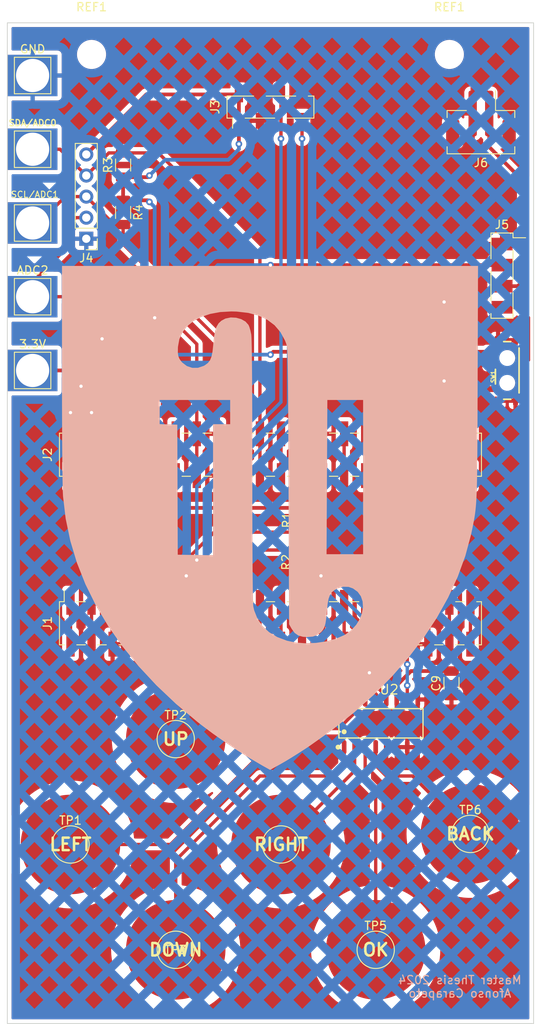
<source format=kicad_pcb>
(kicad_pcb (version 20211014) (generator pcbnew)
  (layers (0 "F.Cu" signal) (31 "B.Cu" signal) (34 "B.Paste" user) (35 "F.Paste" user) (36 "B.SilkS" user "B.Silkscreen") (37 "F.SilkS" user "F.Silkscreen") (38 "B.Mask" user) (39 "F.Mask" user) (44 "Edge.Cuts" user))
  (net 0 "")
  (net 1 "Net-(TP1-Pad1)")
  (net 2 "GND")
  (net 3 "Net-(TP2-Pad1)")
  (net 4 "Net-(TP3-Pad1)")
  (net 5 "Net-(TP4-Pad1)")
  (net 6 "Net-(TP5-Pad1)")
  (net 7 "Net-(TP6-Pad1)")
  (net 8 "+3.3V")
  (net 9 "Net-(J1-Pad10)")
  (net 10 "ADC1{slash}SCL1")
  (net 11 "Net-(J1-Pad1)")
  (net 12 "SDA0")
  (net 13 "SCL0")
  (net 14 "Net-(J1-Pad3)")
  (net 15 "Net-(J1-Pad7)")
  (net 16 "ADC0{slash}SDA1")
  (net 17 "Net-(J1-Pad17)")
  (net 18 "Net-(J1-Pad19)")
  (net 19 "Net-(J1-Pad21)")
  (net 20 "Net-(J1-Pad23)")
  (net 21 "Net-(J1-Pad27)")
  (net 22 "Net-(J1-Pad29)")
  (net 23 "Net-(J1-Pad31)")
  (net 24 "Net-(J1-Pad33)")
  (net 25 "Net-(J1-Pad37)")
  (net 26 "Net-(J1-Pad39)")
  (net 27 "Net-(J2-Pad7)")
  (net 28 "Net-(J2-Pad11)")
  (net 29 "Net-(J2-Pad21)")
  (net 30 "Net-(J2-Pad23)")
  (net 31 "Net-(J2-Pad27)")
  (net 32 "Net-(J2-Pad29)")
  (net 33 "Net-(J2-Pad31)")
  (net 34 "Net-(J2-Pad33)")
  (net 35 "Net-(J2-Pad37)")
  (net 36 "Net-(J2-Pad39)")
  (net 37 "ADC2")
  (net 38 "VBAT")
  (net 39 "Net-(J5-Pad4)")
  (net 40 "VBUS")
  (net 41 "VSYS")
  (footprint "TestPoint:TestPoint_THTPad_4.0x4.0mm_Drill2.0mm" (layer "F.Cu") (at 19.558 40.005 180)
    (fp_text reference "SCL/ADC1" (at -0.254 3.429) (layer "F.SilkS") (effects (font (size 0.75 0.75) (thickness 0.125))))
    (fp_text value "TestPoint")
    (pad "1" thru_hole custom (at 0 0 180) (size 6 5) (drill 4) (layers *.Cu *.Mask) (net 10 "ADC1{slash}SCL1") (options (clearance outline) (anchor rect)) (primitives))
  )
  (footprint "Resistor_SMD:R_1206_3216Metric" (layer "F.Cu") (at 30.48 38.735 -90)
    (fp_text reference "R4" (at 0 -1.82 90) (layer "F.SilkS"))
    (fp_text value "4.7k")
    (pad "1" smd roundrect (at -1.4625 0 270) (size 1.125 1.75) (layers "F.Cu" "F.Paste" "F.Mask") (roundrect_rratio 0.2222222222) (net 8 "+3.3V"))
    (pad "2" smd roundrect (at 1.4625 0 270) (size 1.125 1.75) (layers "F.Cu" "F.Paste" "F.Mask") (roundrect_rratio 0.2222222222) (net 10 "ADC1{slash}SCL1"))
  )
  (footprint "TestPoint:TestPoint_THTPad_4.0x4.0mm_Drill2.0mm" (layer "F.Cu") (at 19.558 48.895 180)
    (fp_text reference "ADC2" (at 0 3.175) (layer "F.SilkS"))
    (fp_text value "TestPoint")
    (pad "1" thru_hole custom (at 0 0 180) (size 6 5) (drill 4) (layers *.Cu *.Mask) (net 37 "ADC2") (options (clearance outline) (anchor rect)) (primitives))
  )
  (footprint "TestPoint:TestPoint_THTPad_4.0x4.0mm_Drill2.0mm" (layer "F.Cu") (at 19.558 22.225)
    (fp_text reference "GND" (at 0 -3.175) (layer "F.SilkS"))
    (fp_text value "TestPoint")
    (pad "1" thru_hole custom (at 0 0) (size 6 5) (drill 4) (layers *.Cu *.Mask) (net 2 "GND") (options (clearance outline) (anchor rect)) (primitives))
  )
  (footprint "TestPoint:TestPoint_Pad_D4.0mm" (layer "F.Cu") (at 49.53 114.935)
    (fp_text reference "TP4" hide)
    (fp_text value "TestPoint" hide)
    (pad "1" smd circle (at 0 0) (size 12 12) (layers "F.Cu" "F.Mask") (net 5 "Net-(TP4-Pad1)"))
  )
  (footprint "MountingHole:MountingHole_2.5mm" (layer "F.Cu") (at 26.67 19.685)
    (fp_text reference "REF1" (at 0 -5.715) (layer "F.SilkS"))
    (fp_text value "MountingHole_2.5mm")
    (pad "" np_thru_hole circle (at 0 0) (size 2.5 2.5) (drill 2.5) (layers *.Cu *.Mask))
  )
  (footprint "TestPoint:TestPoint_Pad_D4.0mm" (layer "F.Cu") (at 24.13 114.935)
    (fp_text reference "TP1" (at 0 -2.898) (layer "F.SilkS"))
    (fp_text value "TestPoint")
    (pad "1" smd circle (at 0 0) (size 12 12) (layers "F.Cu" "F.Mask") (net 1 "Net-(TP1-Pad1)"))
  )
  (footprint "Resistor_SMD:R_1206_3216Metric" (layer "F.Cu") (at 30.48 33.02 90)
    (fp_text reference "R3" (at 0 -1.82 90) (layer "F.SilkS"))
    (fp_text value "4.7k")
    (pad "1" smd roundrect (at -1.4625 0 90) (size 1.125 1.75) (layers "F.Cu" "F.Paste" "F.Mask") (roundrect_rratio 0.2222222222) (net 8 "+3.3V"))
    (pad "2" smd roundrect (at 1.4625 0 90) (size 1.125 1.75) (layers "F.Cu" "F.Paste" "F.Mask") (roundrect_rratio 0.2222222222) (net 16 "ADC0{slash}SDA1"))
  )
  (footprint "TestPoint:TestPoint_Pad_D4.0mm" (layer "F.Cu") (at 36.83 102.235)
    (fp_text reference "TP2" (at 0 -2.898) (layer "F.SilkS"))
    (fp_text value "TestPoint")
    (pad "1" smd circle (at 0 0) (size 12 12) (layers "F.Cu" "F.Mask") (net 3 "Net-(TP2-Pad1)"))
  )
  (footprint "cap_touch:SOP-16_L10.0-W3.9-P1.27-LS6.0-BL" (layer "F.Cu") (at 61.595 100.33)
    (fp_text reference "U2" (at -0.254 -4.064) (layer "F.SilkS") (effects (font (size 1.143 1.143) (thickness 0.152)) (justify left)))
    (fp_text value "cap_sensor" hide)
    (pad "1" smd oval (at -4.445 2.872) (size 0.56 1.745) (layers "F.Cu" "F.Paste" "F.Mask") (net 4 "Net-(TP3-Pad1)"))
    (pad "2" smd oval (at -3.175 2.872) (size 0.56 1.745) (layers "F.Cu" "F.Paste" "F.Mask") (net 5 "Net-(TP4-Pad1)"))
    (pad "3" smd oval (at -1.905 2.872) (size 0.56 1.745) (layers "F.Cu" "F.Paste" "F.Mask") (net 6 "Net-(TP5-Pad1)"))
    (pad "4" smd oval (at -0.635 2.872) (size 0.56 1.745) (layers "F.Cu" "F.Paste" "F.Mask") (net 7 "Net-(TP6-Pad1)"))
    (pad "5" smd oval (at 0.635 2.872) (size 0.56 1.745) (layers "F.Cu" "F.Paste" "F.Mask") (net 2 "GND"))
    (pad "6" smd oval (at 1.905 2.872) (size 0.56 1.745) (layers "F.Cu" "F.Paste" "F.Mask") (net 2 "GND"))
    (pad "7" smd oval (at 3.175 2.872) (size 0.56 1.745) (layers "F.Cu" "F.Paste" "F.Mask") (net 2 "GND"))
    (pad "8" smd oval (at 4.445 2.872) (size 0.56 1.745) (layers "F.Cu" "F.Paste" "F.Mask") (net 2 "GND"))
    (pad "9" smd oval (at 4.445 -2.872) (size 0.56 1.745) (layers "F.Cu" "F.Paste" "F.Mask") (net 2 "GND"))
    (pad "10" smd oval (at 3.175 -2.872) (size 0.56 1.745) (layers "F.Cu" "F.Paste" "F.Mask") (net 24 "Net-(J1-Pad33)"))
    (pad "11" smd oval (at 1.905 -2.872) (size 0.56 1.745) (layers "F.Cu" "F.Paste" "F.Mask") (net 2 "GND"))
    (pad "12" smd oval (at 0.635 -2.872) (size 0.56 1.745) (layers "F.Cu" "F.Paste" "F.Mask") (net 8 "+3.3V"))
    (pad "13" smd oval (at -0.635 -2.872) (size 0.56 1.745) (layers "F.Cu" "F.Paste" "F.Mask") (net 13 "SCL0"))
    (pad "14" smd oval (at -1.905 -2.872) (size 0.56 1.745) (layers "F.Cu" "F.Paste" "F.Mask") (net 12 "SDA0"))
    (pad "15" smd oval (at -3.175 -2.872) (size 0.56 1.745) (layers "F.Cu" "F.Paste" "F.Mask") (net 1 "Net-(TP1-Pad1)"))
    (pad "16" smd oval (at -4.445 -2.872) (size 0.56 1.745) (layers "F.Cu" "F.Paste" "F.Mask") (net 3 "Net-(TP2-Pad1)"))
  )
  (footprint "TestPoint:TestPoint_Pad_D4.0mm" (layer "F.Cu") (at 36.83 127.635)
    (fp_text reference "TP3" (at 0 0.002) (layer "F.SilkS"))
    (fp_text value "TestPoint")
    (pad "1" smd circle (at 0 0) (size 12 12) (layers "F.Cu" "F.Mask") (net 4 "Net-(TP3-Pad1)"))
  )
  (footprint "TestPoint:TestPoint_Pad_D4.0mm" (layer "F.Cu") (at 72.39 113.665)
    (fp_text reference "TP6" (at 0 -2.898) (layer "F.SilkS"))
    (fp_text value "TestPoint")
    (pad "1" smd circle (at 0 0) (size 12 12) (layers "F.Cu" "F.Mask") (net 7 "Net-(TP6-Pad1)"))
  )
  (footprint "Connector_PinSocket_2.54mm:PinSocket_1x04_P2.54mm_Vertical_SMD_Pin1Left" (layer "F.Cu") (at 48.26 26.035 90)
    (fp_text reference "J3" (at 0 -6.68 90) (layer "F.SilkS"))
    (fp_text value "Conn_01x04_Female")
    (pad "1" smd rect (at 1.524 -3.81 90) (size 1.9 1) (layers "F.Cu" "F.Paste" "F.Mask") (net 8 "+3.3V"))
    (pad "2" smd rect (at -1.651 -1.27 90) (size 1.9 1) (layers "F.Cu" "F.Paste" "F.Mask") (net 2 "GND"))
    (pad "3" smd rect (at 1.651 1.27 90) (size 1.9 1) (layers "F.Cu" "F.Paste" "F.Mask") (net 13 "SCL0"))
    (pad "4" smd rect (at -1.651 3.81 90) (size 1.9 1) (layers "F.Cu" "F.Paste" "F.Mask") (net 12 "SDA0"))
  )
  (footprint "TestPoint:TestPoint_Pad_D4.0mm" (layer "F.Cu") (at 60.96 127.635)
    (fp_text reference "TP5" (at 0 -2.898) (layer "F.SilkS"))
    (fp_text value "TestPoint")
    (pad "1" smd circle (at 0 0) (size 12 12) (layers "F.Cu" "F.Mask") (net 6 "Net-(TP5-Pad1)"))
  )
  (footprint "Resistor_SMD:R_1206_3216Metric" (layer "F.Cu") (at 52.07 80.899 -90)
    (fp_text reference "R2" (at 0 1.905 90) (layer "F.SilkS"))
    (fp_text value "4.7k")
    (pad "1" smd roundrect (at -1.4625 0 270) (size 1.125 1.75) (layers "F.Cu" "F.Paste" "F.Mask") (roundrect_rratio 0.2222222222) (net 13 "SCL0"))
    (pad "2" smd roundrect (at 1.4625 0 270) (size 1.125 1.75) (layers "F.Cu" "F.Paste" "F.Mask") (roundrect_rratio 0.2222222222) (net 8 "+3.3V"))
  )
  (footprint "Connector_PinHeader_2.54mm:PinHeader_1x05_P2.54mm_Vertical" (layer "F.Cu") (at 26.035 41.905 180)
    (fp_text reference "J4" (at 0 -2.33) (layer "F.SilkS"))
    (fp_text value "Conn_01x05_Male")
    (pad "1" thru_hole rect (at 0 0 180) (size 1.7 1.7) (drill 1) (layers *.Cu *.Mask) (net 2 "GND"))
    (pad "2" thru_hole oval (at 0 2.54 180) (size 1.7 1.7) (drill 1) (layers *.Cu *.Mask) (net 37 "ADC2"))
    (pad "3" thru_hole oval (at 0 5.08 180) (size 1.7 1.7) (drill 1) (layers *.Cu *.Mask) (net 10 "ADC1{slash}SCL1"))
    (pad "4" thru_hole oval (at 0 7.62 180) (size 1.7 1.7) (drill 1) (layers *.Cu *.Mask) (net 16 "ADC0{slash}SDA1"))
    (pad "5" thru_hole oval (at 0 10.16 180) (size 1.7 1.7) (drill 1) (layers *.Cu *.Mask) (net 8 "+3.3V"))
  )
  (footprint "Connector_JST:JST_PH_B2B-PH-SM4-TB_1x02-1MP_P2.00mm_Vertical" (layer "F.Cu") (at 73.66 27.305 180)
    (fp_text reference "J6" (at 0 -5.45) (layer "F.SilkS"))
    (fp_text value "Conn_01x02_Male")
    (pad "1" smd roundrect (at -1 0.5 180) (size 1 5.5) (layers "F.Cu" "F.Paste" "F.Mask") (net 38 "VBAT"))
    (pad "2" smd roundrect (at 1 0.5 180) (size 1 5.5) (layers "F.Cu" "F.Paste" "F.Mask") (net 2 "GND"))
    (pad "MP" smd roundrect (at -3.4 -1.75 180) (size 1.6 3) (layers "F.Cu" "F.Paste" "F.Mask") (roundrect_rratio 0.15625))
    (pad "MP" smd roundrect (at 3.4 -1.75 180) (size 1.6 3) (layers "F.Cu" "F.Paste" "F.Mask") (roundrect_rratio 0.15625))
  )
  (footprint "Capacitor_SMD:C_1206_3216Metric" (layer "F.Cu") (at 70.104 95.504 90)
    (fp_text reference "C9" (at 0 -1.85 90) (layer "F.SilkS"))
    (fp_text value "0.1u")
    (pad "1" smd roundrect (at -1.475 0 90) (size 1.15 1.8) (layers "F.Cu" "F.Paste" "F.Mask") (roundrect_rratio 0.2173913043) (net 2 "GND"))
    (pad "2" smd roundrect (at 1.475 0 90) (size 1.15 1.8) (layers "F.Cu" "F.Paste" "F.Mask") (roundrect_rratio 0.2173913043) (net 8 "+3.3V"))
  )
  (footprint "Resistor_SMD:R_1206_3216Metric" (layer "F.Cu") (at 52.07 75.819 90)
    (fp_text reference "R1" (at 0 -1.82 90) (layer "F.SilkS"))
    (fp_text value "4.7k")
    (pad "1" smd roundrect (at -1.4625 0 90) (size 1.125 1.75) (layers "F.Cu" "F.Paste" "F.Mask") (roundrect_rratio 0.2222222222) (net 12 "SDA0"))
    (pad "2" smd roundrect (at 1.4625 0 90) (size 1.125 1.75) (layers "F.Cu" "F.Paste" "F.Mask") (roundrect_rratio 0.2222222222) (net 8 "+3.3V"))
  )
  (footprint "on_off:SWITCH_SPST_SMD_A" (layer "F.Cu") (at 76.835 57.785 -90)
    (fp_text reference "SW1" (at 0.762 1.7018 90) (layer "F.SilkS") (effects (font (size 0.48 0.48))))
    (fp_text value "SW_SPST")
    (pad "" np_thru_hole circle locked (at 1.5 0 270) (size 0.9 0.9) (drill 0.9) (layers *.Cu *.Mask))
    (pad "" np_thru_hole circle locked (at -1.5 0 270) (size 0.9 0.9) (drill 0.9) (layers *.Cu *.Mask))
    (pad "1" smd rect locked (at -2.25 1.75 90) (size 0.7 1.5) (layers "F.Cu" "F.Paste" "F.Mask") (net 41 "VSYS"))
    (pad "2" smd rect locked (at -0.75 1.75 90) (size 0.7 1.5) (layers "F.Cu" "F.Paste" "F.Mask") (net 39 "Net-(J5-Pad4)"))
    (pad "3" smd rect locked (at 2.25 1.75 90) (size 0.7 1.5) (layers "F.Cu" "F.Paste" "F.Mask"))
    (pad "GND1" smd rect locked (at -3.65 -1 270) (size 1 0.6) (layers "F.Cu" "F.Paste" "F.Mask") (net 2 "GND"))
    (pad "GND2" smd rect locked (at -3.65 1.1 270) (size 1 0.8) (layers "F.Cu" "F.Paste" "F.Mask") (net 2 "GND"))
    (pad "GND3" smd rect locked (at 3.65 -1 270) (size 1 0.6) (layers "F.Cu" "F.Paste" "F.Mask") (net 2 "GND"))
    (pad "GND4" smd rect locked (at 3.65 1.1 270) (size 1 0.8) (layers "F.Cu" "F.Paste" "F.Mask") (net 2 "GND"))
  )
  (footprint "Connector_PinSocket_2.54mm:PinSocket_2x20_P2.54mm_Vertical_SMD" (layer "F.Cu") (at 48.26 88.265 90)
    (fp_text reference "J1" (at 0 -26.9 90) (layer "F.SilkS"))
    (fp_text value "Conn_01x40_Female")
    (pad "1" smd rect (at 2.52 -24.13 90) (size 3 1) (layers "F.Cu" "F.Paste" "F.Mask") (net 11 "Net-(J1-Pad1)"))
    (pad "2" smd rect (at -2.52 -24.13 90) (size 3 1) (layers "F.Cu" "F.Paste" "F.Mask") (net 11 "Net-(J1-Pad1)"))
    (pad "3" smd rect (at 2.52 -21.59 90) (size 3 1) (layers "F.Cu" "F.Paste" "F.Mask") (net 14 "Net-(J1-Pad3)"))
    (pad "4" smd rect (at -2.52 -21.59 90) (size 3 1) (layers "F.Cu" "F.Paste" "F.Mask") (net 14 "Net-(J1-Pad3)"))
    (pad "5" smd rect (at 2.52 -19.05 90) (size 3 1) (layers "F.Cu" "F.Paste" "F.Mask") (net 2 "GND"))
    (pad "6" smd rect (at -2.52 -19.05 90) (size 3 1) (layers "F.Cu" "F.Paste" "F.Mask") (net 2 "GND"))
    (pad "7" smd rect (at 2.52 -16.51 90) (size 3 1) (layers "F.Cu" "F.Paste" "F.Mask") (net 15 "Net-(J1-Pad7)"))
    (pad "8" smd rect (at -2.52 -16.51 90) (size 3 1) (layers "F.Cu" "F.Paste" "F.Mask") (net 15 "Net-(J1-Pad7)"))
    (pad "9" smd rect (at 2.52 -13.97 90) (size 3 1) (layers "F.Cu" "F.Paste" "F.Mask") (net 9 "Net-(J1-Pad10)"))
    (pad "10" smd rect (at -2.52 -13.97 90) (size 3 1) (layers "F.Cu" "F.Paste" "F.Mask") (net 9 "Net-(J1-Pad10)"))
    (pad "11" smd rect (at 2.52 -11.43 90) (size 3 1) (layers "F.Cu" "F.Paste" "F.Mask") (net 12 "SDA0"))
    (pad "12" smd rect (at -2.52 -11.43 90) (size 3 1) (layers "F.Cu" "F.Paste" "F.Mask") (net 12 "SDA0"))
    (pad "13" smd rect (at 2.52 -8.89 90) (size 3 1) (layers "F.Cu" "F.Paste" "F.Mask") (net 13 "SCL0"))
    (pad "14" smd rect (at -2.52 -8.89 90) (size 3 1) (layers "F.Cu" "F.Paste" "F.Mask") (net 13 "SCL0"))
    (pad "15" smd rect (at 2.52 -6.35 90) (size 3 1) (layers "F.Cu" "F.Paste" "F.Mask") (net 2 "GND"))
    (pad "16" smd rect (at -2.52 -6.35 90) (size 3 1) (layers "F.Cu" "F.Paste" "F.Mask") (net 2 "GND"))
    (pad "17" smd rect (at 2.52 -3.81 90) (size 3 1) (layers "F.Cu" "F.Paste" "F.Mask") (net 17 "Net-(J1-Pad17)"))
    (pad "18" smd rect (at -2.52 -3.81 90) (size 3 1) (layers "F.Cu" "F.Paste" "F.Mask") (net 17 "Net-(J1-Pad17)"))
    (pad "19" smd rect (at 2.52 -1.27 90) (size 3 1) (layers "F.Cu" "F.Paste" "F.Mask") (net 18 "Net-(J1-Pad19)"))
    (pad "20" smd rect (at -2.52 -1.27 90) (size 3 1) (layers "F.Cu" "F.Paste" "F.Mask") (net 18 "Net-(J1-Pad19)"))
    (pad "21" smd rect (at 2.52 1.27 90) (size 3 1) (layers "F.Cu" "F.Paste" "F.Mask") (net 19 "Net-(J1-Pad21)"))
    (pad "22" smd rect (at -2.52 1.27 90) (size 3 1) (layers "F.Cu" "F.Paste" "F.Mask") (net 19 "Net-(J1-Pad21)"))
    (pad "23" smd rect (at 2.52 3.81 90) (size 3 1) (layers "F.Cu" "F.Paste" "F.Mask") (net 20 "Net-(J1-Pad23)"))
    (pad "24" smd rect (at -2.52 3.81 90) (size 3 1) (layers "F.Cu" "F.Paste" "F.Mask") (net 20 "Net-(J1-Pad23)"))
    (pad "25" smd rect (at 2.52 6.35 90) (size 3 1) (layers "F.Cu" "F.Paste" "F.Mask") (net 2 "GND"))
    (pad "26" smd rect (at -2.52 6.35 90) (size 3 1) (layers "F.Cu" "F.Paste" "F.Mask") (net 2 "GND"))
    (pad "27" smd rect (at 2.52 8.89 90) (size 3 1) (layers "F.Cu" "F.Paste" "F.Mask") (net 21 "Net-(J1-Pad27)"))
    (pad "28" smd rect (at -2.52 8.89 90) (size 3 1) (layers "F.Cu" "F.Paste" "F.Mask") (net 21 "Net-(J1-Pad27)"))
    (pad "29" smd rect (at 2.52 11.43 90) (size 3 1) (layers "F.Cu" "F.Paste" "F.Mask") (net 22 "Net-(J1-Pad29)"))
    (pad "30" smd rect (at -2.52 11.43 90) (size 3 1) (layers "F.Cu" "F.Paste" "F.Mask") (net 22 "Net-(J1-Pad29)"))
    (pad "31" smd rect (at 2.52 13.97 90) (size 3 1) (layers "F.Cu" "F.Paste" "F.Mask") (net 23 "Net-(J1-Pad31)"))
    (pad "32" smd rect (at -2.52 13.97 90) (size 3 1) (layers "F.Cu" "F.Paste" "F.Mask") (net 23 "Net-(J1-Pad31)"))
    (pad "33" smd rect (at 2.52 16.51 90) (size 3 1) (layers "F.Cu" "F.Paste" "F.Mask") (net 24 "Net-(J1-Pad33)"))
    (pad "34" smd rect (at -2.52 16.51 90) (size 3 1) (layers "F.Cu" "F.Paste" "F.Mask") (net 24 "Net-(J1-Pad33)"))
    (pad "35" smd rect (at 2.52 19.05 90) (size 3 1) (layers "F.Cu" "F.Paste" "F.Mask") (net 2 "GND"))
    (pad "36" smd rect (at -2.52 19.05 90) (size 3 1) (layers "F.Cu" "F.Paste" "F.Mask") (net 2 "GND"))
    (pad "37" smd rect (at 2.52 21.59 90) (size 3 1) (layers "F.Cu" "F.Paste" "F.Mask") (net 25 "Net-(J1-Pad37)"))
    (pad "38" smd rect (at -2.52 21.59 90) (size 3 1) (layers "F.Cu" "F.Paste" "F.Mask") (net 25 "Net-(J1-Pad37)"))
    (pad "39" smd rect (at 2.52 24.13 90) (size 3 1) (layers "F.Cu" "F.Paste" "F.Mask") (net 26 "Net-(J1-Pad39)"))
    (pad "40" smd rect (at -2.52 24.13 90) (size 3 1) (layers "F.Cu" "F.Paste" "F.Mask") (net 26 "Net-(J1-Pad39)"))
  )
  (footprint "Connector_PinSocket_2.54mm:PinSocket_2x20_P2.54mm_Vertical_SMD" (layer "F.Cu") (at 48.26 67.945 90)
    (fp_text reference "J2" (at 0 -26.9 90) (layer "F.SilkS"))
    (fp_text value "Conn_01x40_Female")
    (pad "1" smd rect (at 2.52 -24.13 90) (size 3 1) (layers "F.Cu" "F.Paste" "F.Mask") (net 40 "VBUS"))
    (pad "2" smd rect (at -2.52 -24.13 90) (size 3 1) (layers "F.Cu" "F.Paste" "F.Mask") (net 40 "VBUS"))
    (pad "3" smd rect (at 2.52 -21.59 90) (size 3 1) (layers "F.Cu" "F.Paste" "F.Mask") (net 41 "VSYS"))
    (pad "4" smd rect (at -2.52 -21.59 90) (size 3 1) (layers "F.Cu" "F.Paste" "F.Mask") (net 41 "VSYS"))
    (pad "5" smd rect (at 2.52 -19.05 90) (size 3 1) (layers "F.Cu" "F.Paste" "F.Mask") (net 2 "GND"))
    (pad "6" smd rect (at -2.52 -19.05 90) (size 3 1) (layers "F.Cu" "F.Paste" "F.Mask") (net 2 "GND"))
    (pad "7" smd rect (at 2.52 -16.51 90) (size 3 1) (layers "F.Cu" "F.Paste" "F.Mask") (net 27 "Net-(J2-Pad7)"))
    (pad "8" smd rect (at -2.52 -16.51 90) (size 3 1) (layers "F.Cu" "F.Paste" "F.Mask") (net 27 "Net-(J2-Pad7)"))
    (pad "9" smd rect (at 2.52 -13.97 90) (size 3 1) (layers "F.Cu" "F.Paste" "F.Mask") (net 8 "+3.3V"))
    (pad "10" smd rect (at -2.52 -13.97 90) (size 3 1) (layers "F.Cu" "F.Paste" "F.Mask") (net 8 "+3.3V"))
    (pad "11" smd rect (at 2.52 -11.43 90) (size 3 1) (layers "F.Cu" "F.Paste" "F.Mask") (net 28 "Net-(J2-Pad11)"))
    (pad "12" smd rect (at -2.52 -11.43 90) (size 3 1) (layers "F.Cu" "F.Paste" "F.Mask") (net 28 "Net-(J2-Pad11)"))
    (pad "13" smd rect (at 2.52 -8.89 90) (size 3 1) (layers "F.Cu" "F.Paste" "F.Mask") (net 37 "ADC2"))
    (pad "14" smd rect (at -2.52 -8.89 90) (size 3 1) (layers "F.Cu" "F.Paste" "F.Mask") (net 37 "ADC2"))
    (pad "15" smd rect (at 2.52 -6.35 90) (size 3 1) (layers "F.Cu" "F.Paste" "F.Mask") (net 2 "GND"))
    (pad "16" smd rect (at -2.52 -6.35 90) (size 3 1) (layers "F.Cu" "F.Paste" "F.Mask") (net 2 "GND"))
    (pad "17" smd rect (at 2.52 -3.81 90) (size 3 1) (layers "F.Cu" "F.Paste" "F.Mask") (net 10 "ADC1{slash}SCL1"))
    (pad "18" smd rect (at -2.52 -3.81 90) (size 3 1) (layers "F.Cu" "F.Paste" "F.Mask") (net 10 "ADC1{slash}SCL1"))
    (pad "19" smd rect (at 2.52 -1.27 90) (size 3 1) (layers "F.Cu" "F.Paste" "F.Mask") (net 16 "ADC0{slash}SDA1"))
    (pad "20" smd rect (at -2.52 -1.27 90) (size 3 1) (layers "F.Cu" "F.Paste" "F.Mask") (net 16 "ADC0{slash}SDA1"))
    (pad "21" smd rect (at 2.52 1.27 90) (size 3 1) (layers "F.Cu" "F.Paste" "F.Mask") (net 29 "Net-(J2-Pad21)"))
    (pad "22" smd rect (at -2.52 1.27 90) (size 3 1) (layers "F.Cu" "F.Paste" "F.Mask") (net 29 "Net-(J2-Pad21)"))
    (pad "23" smd rect (at 2.52 3.81 90) (size 3 1) (layers "F.Cu" "F.Paste" "F.Mask") (net 30 "Net-(J2-Pad23)"))
    (pad "24" smd rect (at -2.52 3.81 90) (size 3 1) (layers "F.Cu" "F.Paste" "F.Mask") (net 30 "Net-(J2-Pad23)"))
    (pad "25" smd rect (at 2.52 6.35 90) (size 3 1) (layers "F.Cu" "F.Paste" "F.Mask") (net 2 "GND"))
    (pad "26" smd rect (at -2.52 6.35 90) (size 3 1) (layers "F.Cu" "F.Paste" "F.Mask") (net 2 "GND"))
    (pad "27" smd rect (at 2.52 8.89 90) (size 3 1) (layers "F.Cu" "F.Paste" "F.Mask") (net 31 "Net-(J2-Pad27)"))
    (pad "28" smd rect (at -2.52 8.89 90) (size 3 1) (layers "F.Cu" "F.Paste" "F.Mask") (net 31 "Net-(J2-Pad27)"))
    (pad "29" smd rect (at 2.52 11.43 90) (size 3 1) (layers "F.Cu" "F.Paste" "F.Mask") (net 32 "Net-(J2-Pad29)"))
    (pad "30" smd rect (at -2.52 11.43 90) (size 3 1) (layers "F.Cu" "F.Paste" "F.Mask") (net 32 "Net-(J2-Pad29)"))
    (pad "31" smd rect (at 2.52 13.97 90) (size 3 1) (layers "F.Cu" "F.Paste" "F.Mask") (net 33 "Net-(J2-Pad31)"))
    (pad "32" smd rect (at -2.52 13.97 90) (size 3 1) (layers "F.Cu" "F.Paste" "F.Mask") (net 33 "Net-(J2-Pad31)"))
    (pad "33" smd rect (at 2.52 16.51 90) (size 3 1) (layers "F.Cu" "F.Paste" "F.Mask") (net 34 "Net-(J2-Pad33)"))
    (pad "34" smd rect (at -2.52 16.51 90) (size 3 1) (layers "F.Cu" "F.Paste" "F.Mask") (net 34 "Net-(J2-Pad33)"))
    (pad "35" smd rect (at 2.52 19.05 90) (size 3 1) (layers "F.Cu" "F.Paste" "F.Mask") (net 2 "GND"))
    (pad "36" smd rect (at -2.52 19.05 90) (size 3 1) (layers "F.Cu" "F.Paste" "F.Mask") (net 2 "GND"))
    (pad "37" smd rect (at 2.52 21.59 90) (size 3 1) (layers "F.Cu" "F.Paste" "F.Mask") (net 35 "Net-(J2-Pad37)"))
    (pad "38" smd rect (at -2.52 21.59 90) (size 3 1) (layers "F.Cu" "F.Paste" "F.Mask") (net 35 "Net-(J2-Pad37)"))
    (pad "39" smd rect (at 2.52 24.13 90) (size 3 1) (layers "F.Cu" "F.Paste" "F.Mask") (net 36 "Net-(J2-Pad39)"))
    (pad "40" smd rect (at -2.52 24.13 90) (size 3 1) (layers "F.Cu" "F.Paste" "F.Mask") (net 36 "Net-(J2-Pad39)"))
  )
  (footprint "TestPoint:TestPoint_THTPad_4.0x4.0mm_Drill2.0mm" (layer "F.Cu") (at 19.558 31.115 180)
    (fp_text reference "SDA/ADC0" (at 0 3.175) (layer "F.SilkS") (effects (font (size 0.75 0.75))))
    (fp_text value "TestPoint")
    (pad "1" thru_hole custom (at 0 0 180) (size 6 5) (drill 4) (layers *.Cu *.Mask) (net 16 "ADC0{slash}SDA1") (options (clearance outline) (anchor rect)) (primitives))
  )
  (footprint "zener_tese:zener" (layer "F.Cu") (at 25.4 50.165 -90)
    (fp_text reference "D1" (at -1.2 -1.905 90) (layer "F.SilkS") (effects (font (size 1.143 1.143) (thickness 0.152)) (justify right)))
    (fp_text value "D_Zener" hide)
    (pad "1" smd rect (at -1.2 0 270) (size 0.8 0.8) (layers "F.Cu" "F.Paste" "F.Mask") (net 37 "ADC2"))
    (pad "2" smd rect (at 1.2 0 270) (size 0.8 0.8) (layers "F.Cu" "F.Paste" "F.Mask") (net 2 "GND"))
  )
  (footprint "MountingHole:MountingHole_2.5mm" (layer "F.Cu") (at 69.85 19.685)
    (fp_text reference "REF1" (at 0 -5.715) (layer "F.SilkS"))
    (fp_text value "MountingHole_2.5mm")
    (pad "" np_thru_hole circle (at 0 0) (size 2.5 2.5) (drill 2.5) (layers *.Cu *.Mask))
  )
  (footprint "TestPoint:TestPoint_THTPad_4.0x4.0mm_Drill2.0mm" (layer "F.Cu") (at 19.558 57.785)
    (fp_text reference "3.3V" (at 0 -3.173) (layer "F.SilkS"))
    (fp_text value "TestPoint")
    (pad "1" thru_hole custom (at 0 0) (size 6 5) (drill 4) (layers *.Cu *.Mask) (net 8 "+3.3V") (options (clearance outline) (anchor rect)) (primitives))
  )
  (footprint "zener_tese:carregador_v2" (layer "F.Cu") (at 76.2 46.355)
    (fp_text reference "J5" (at 0 -6.14) (layer "F.SilkS"))
    (fp_text value "Conn_01x04_Male")
    (pad "1" smd rect (at 0.0075 -3.81) (size 2.525 1.524) (layers "F.Cu" "F.Paste" "F.Mask") (net 2 "GND"))
    (pad "2" smd rect (at 0.0075 -1.27) (size 2.525 1.524) (layers "F.Cu" "F.Paste" "F.Mask") (net 40 "VBUS"))
    (pad "3" smd rect (at 0.0075 1.27) (size 2.525 1.524) (layers "F.Cu" "F.Paste" "F.Mask") (net 38 "VBAT"))
    (pad "4" smd rect (at 0.0075 3.81) (size 2.525 1.524) (layers "F.Cu" "F.Paste" "F.Mask") (net 39 "Net-(J5-Pad4)"))
  )
  (footprint "LOGO" (layer "B.Cu") (at 48.26 75.565 180)
    (fp_text reference "G1" hide)
    (fp_text value "LOGO" hide)
  )
  (gr_circle (center 36.83 127.635) (end 36.83 127.635) (layer "F.Cu") (width 0.2) (fill none))
  (gr_rect (start 16.51 15.875) (end 80.01 136.525) (layer "Edge.Cuts") (width 0.1) (fill none))
  (gr_text "Master Thesis 2024\nAfonso Carapeto" (at 71.12 132.08) (layer "B.SilkS") (effects (font (size 1 1)) (justify mirror)))
  (gr_text "BACK\n" (at 72.39 113.665) (layer "F.SilkS") (effects (font (size 1.5 1.5) (thickness 0.3))))
  (gr_text "LEFT" (at 24.13 114.935) (layer "F.SilkS") (effects (font (size 1.5 1.5) (thickness 0.3))))
  (gr_text "UP" (at 36.83 102.235) (layer "F.SilkS") (effects (font (size 1.5 1.5) (thickness 0.3))))
  (gr_text "OK" (at 60.96 127.635) (layer "F.SilkS") (effects (font (size 1.5 1.5) (thickness 0.3))))
  (gr_text "RIGHT" (at 49.53 114.935) (layer "F.SilkS") (effects (font (size 1.5 1.5) (thickness 0.3))))
  (gr_text "DOWN" (at 36.83 127.635) (layer "F.SilkS") (effects (font (size 1.5 1.5) (thickness 0.3))))
  (segment (start 56.515 100.965) (end 58.42 99.06) (width 0.4) (layer "F.Cu") (net 1))
  (segment (start 24.13 114.935) (end 36.195 114.935) (width 0.4) (layer "F.Cu") (net 1))
  (segment (start 58.42 99.06) (end 58.42 97.458) (width 0.4) (layer "F.Cu") (net 1))
  (segment (start 50.165 100.965) (end 56.515 100.965) (width 0.4) (layer "F.Cu") (net 1))
  (segment (start 36.195 114.935) (end 50.165 100.965) (width 0.4) (layer "F.Cu") (net 1))
  (via (at 27.94 53.975) (size 0.8) (drill 0.4) (layers "F.Cu" "B.Cu") (net 2))
  (via (at 25.4 59.69) (size 0.8) (drill 0.4) (layers "F.Cu" "B.Cu") (net 2))
  (via (at 69.215 49.53) (size 0.8) (drill 0.4) (layers "F.Cu" "B.Cu") (net 2))
  (via (at 69.215 59.055) (size 0.8) (drill 0.4) (layers "F.Cu" "B.Cu") (net 2))
  (segment (start 57.15 96.52) (end 57.15 97.458) (width 0.4) (layer "F.Cu") (net 3))
  (segment (start 56.515 95.885) (end 57.15 96.52) (width 0.4) (layer "F.Cu") (net 3))
  (segment (start 36.83 102.235) (end 43.18 95.885) (width 0.4) (layer "F.Cu") (net 3))
  (segment (start 43.18 95.885) (end 56.515 95.885) (width 0.4) (layer "F.Cu") (net 3))
  (segment (start 57.15 105.41) (end 57.15 103.202) (width 0.4) (layer "F.Cu") (net 4))
  (segment (start 36.83 116.84) (end 46.99 106.68) (width 0.4) (layer "F.Cu") (net 4))
  (segment (start 36.83 127.635) (end 36.83 116.84) (width 0.4) (layer "F.Cu") (net 4))
  (segment (start 46.99 106.68) (end 55.88 106.68) (width 0.4) (layer "F.Cu") (net 4))
  (segment (start 55.88 106.68) (end 57.15 105.41) (width 0.4) (layer "F.Cu") (net 4))
  (segment (start 49.53 114.935) (end 58.42 106.045) (width 0.4) (layer "F.Cu") (net 5))
  (segment (start 58.42 106.045) (end 58.42 103.202) (width 0.4) (layer "F.Cu") (net 5))
  (segment (start 59.69 107.315) (end 59.69 103.202) (width 0.4) (layer "F.Cu") (net 6))
  (segment (start 60.96 108.585) (end 59.69 107.315) (width 0.4) (layer "F.Cu") (net 6))
  (segment (start 60.96 127.635) (end 60.96 108.585) (width 0.4) (layer "F.Cu") (net 6))
  (segment (start 72.39 113.665) (end 65.405 106.68) (width 0.4) (layer "F.Cu") (net 7))
  (segment (start 60.96 105.41) (end 60.96 103.202) (width 0.4) (layer "F.Cu") (net 7))
  (segment (start 62.23 106.68) (end 60.96 105.41) (width 0.4) (layer "F.Cu") (net 7))
  (segment (start 65.405 106.68) (end 62.23 106.68) (width 0.4) (layer "F.Cu") (net 7))
  (segment (start 29.21 28.575) (end 29.205 28.575) (width 0.25) (layer "F.Cu") (net 8))
  (segment (start 60.198 94.996) (end 60.198 94.234) (width 0.45) (layer "F.Cu") (net 8))
  (segment (start 62.23 97.458) (end 62.23 97.028) (width 0.45) (layer "F.Cu") (net 8))
  (segment (start 62.23 97.028) (end 60.198 94.996) (width 0.45) (layer "F.Cu") (net 8))
  (segment (start 29.205 28.575) (end 26.035 31.745) (width 0.45) (layer "F.Cu") (net 8))
  (segment (start 29.21 28.575) (end 33.274 24.511) (width 0.45) (layer "F.Cu") (net 8))
  (segment (start 27.305 57.785) (end 19.558 57.785) (width 0.45) (layer "F.Cu") (net 8))
  (segment (start 65.229 94.029) (end 70.104 94.029) (width 0.45) (layer "F.Cu") (net 8))
  (segment (start 34.29 65.425) (end 34.29 64.77) (width 0.25) (layer "F.Cu") (net 8))
  (segment (start 34.29 64.77) (end 27.305 57.785) (width 0.45) (layer "F.Cu") (net 8))
  (segment (start 53.848 74.676) (end 53.848 80.264) (width 0.45) (layer "F.Cu") (net 8))
  (segment (start 33.274 24.511) (end 44.45 24.511) (width 0.45) (layer "F.Cu") (net 8))
  (segment (start 52.07 82.042) (end 52.07 82.3615) (width 0.45) (layer "F.Cu") (net 8))
  (segment (start 44.45 30.48) (end 44.45 24.511) (width 0.45) (layer "F.Cu") (net 8))
  (segment (start 33.4625 37.2725) (end 33.655 37.465) (width 0.25) (layer "F.Cu") (net 8))
  (segment (start 53.5285 74.3565) (end 53.848 74.676) (width 0.45) (layer "F.Cu") (net 8))
  (segment (start 52.07 74.3565) (end 53.5285 74.3565) (width 0.45) (layer "F.Cu") (net 8))
  (segment (start 53.848 80.264) (end 52.07 82.042) (width 0.45) (layer "F.Cu") (net 8))
  (segment (start 54.356 82.55) (end 52.2585 82.55) (width 0.45) (layer "F.Cu") (net 8))
  (segment (start 30.48 37.2725) (end 33.4625 37.2725) (width 0.45) (layer "F.Cu") (net 8))
  (segment (start 34.29 73.66) (end 34.29 70.465) (width 0.45) (layer "F.Cu") (net 8))
  (segment (start 52.07 74.3565) (end 34.9865 74.3565) (width 0.45) (layer "F.Cu") (net 8))
  (segment (start 34.29 70.465) (end 34.29 65.425) (width 0.45) (layer "F.Cu") (net 8))
  (segment (start 30.48 37.2725) (end 30.48 34.4825) (width 0.45) (layer "F.Cu") (net 8))
  (segment (start 30.48 34.4825) (end 33.4625 34.4825) (width 0.45) (layer "F.Cu") (net 8))
  (segment (start 34.9865 74.3565) (end 34.29 73.66) (width 0.45) (layer "F.Cu") (net 8))
  (segment (start 34.29 65.425) (end 34.29 51.435) (width 0.45) (layer "F.Cu") (net 8))
  (segment (start 52.2585 82.55) (end 52.07 82.3615) (width 0.4) (layer "F.Cu") (net 8))
  (segment (start 33.4625 34.4825) (end 33.655 34.29) (width 0.25) (layer "F.Cu") (net 8))
  (segment (start 62.23 97.028) (end 65.229 94.029) (width 0.45) (layer "F.Cu") (net 8))
  (via (at 44.45 30.48) (size 0.8) (drill 0.4) (layers "F.Cu" "B.Cu") (net 8))
  (via (at 34.29 51.435) (size 0.8) (drill 0.4) (layers "F.Cu" "B.Cu") (net 8))
  (via (at 60.198 94.234) (size 0.8) (drill 0.4) (layers "F.Cu" "B.Cu") (net 8))
  (via (at 33.655 34.29) (size 0.8) (drill 0.4) (layers "F.Cu" "B.Cu") (net 8))
  (via (at 33.655 37.465) (size 0.8) (drill 0.4) (layers "F.Cu" "B.Cu") (net 8))
  (via (at 54.356 82.55) (size 0.8) (drill 0.4) (layers "F.Cu" "B.Cu") (net 8))
  (segment (start 34.29 38.1) (end 33.655 37.465) (width 0.45) (layer "B.Cu") (net 8))
  (segment (start 60.198 88.392) (end 54.356 82.55) (width 0.45) (layer "B.Cu") (net 8))
  (segment (start 60.198 94.234) (end 60.198 88.392) (width 0.45) (layer "B.Cu") (net 8))
  (segment (start 43.18 32.385) (end 44.45 31.115) (width 0.45) (layer "B.Cu") (net 8))
  (segment (start 33.655 34.29) (end 35.56 32.385) (width 0.45) (layer "B.Cu") (net 8))
  (segment (start 34.29 51.435) (end 34.29 38.1) (width 0.45) (layer "B.Cu") (net 8))
  (segment (start 44.45 31.115) (end 44.45 30.48) (width 0.45) (layer "B.Cu") (net 8))
  (segment (start 35.56 32.385) (end 43.18 32.385) (width 0.45) (layer "B.Cu") (net 8))
  (segment (start 34.29 90.785) (end 34.29 85.745) (width 0.4) (layer "F.Cu") (net 9))
  (segment (start 30.48 42.545) (end 44.45 56.515) (width 0.4) (layer "F.Cu") (net 10))
  (segment (start 23.5 36.825) (end 26.035 36.825) (width 0.4) (layer "F.Cu") (net 10))
  (segment (start 26.035 36.825) (end 29.4075 40.1975) (width 0.4) (layer "F.Cu") (net 10))
  (segment (start 29.4075 40.1975) (end 30.48 40.1975) (width 0.4) (layer "F.Cu") (net 10))
  (segment (start 19.558 40.005) (end 20.32 40.005) (width 0.25) (layer "F.Cu") (net 10))
  (segment (start 44.45 70.465) (end 44.45 65.425) (width 0.4) (layer "F.Cu") (net 10))
  (segment (start 20.32 40.005) (end 23.5 36.825) (width 0.4) (layer "F.Cu") (net 10))
  (segment (start 44.45 56.515) (end 44.45 65.425) (width 0.4) (layer "F.Cu") (net 10))
  (segment (start 30.48 40.1975) (end 30.48 42.545) (width 0.4) (layer "F.Cu") (net 10))
  (segment (start 24.13 90.785) (end 24.13 85.745) (width 0.4) (layer "F.Cu") (net 11))
  (segment (start 59.69 96.52) (end 59.69 97.458) (width 0.4) (layer "F.Cu") (net 12))
  (segment (start 36.83 81.915) (end 36.83 85.745) (width 0.4) (layer "F.Cu") (net 12))
  (segment (start 38.1 94.615) (end 57.785 94.615) (width 0.4) (layer "F.Cu") (net 12))
  (segment (start 36.83 85.745) (end 36.83 85.09) (width 0.25) (layer "F.Cu") (net 12))
  (segment (start 36.83 90.785) (end 36.83 93.345) (width 0.4) (layer "F.Cu") (net 12))
  (segment (start 36.83 93.345) (end 38.1 94.615) (width 0.4) (layer "F.Cu") (net 12))
  (segment (start 41.4635 77.2815) (end 36.83 81.915) (width 0.4) (layer "F.Cu") (net 12))
  (segment (start 52.07 29.845) (end 52.07 27.686) (width 0.4) (layer "F.Cu") (net 12))
  (segment (start 36.83 85.09) (end 38.1 83.82) (width 0.4) (layer "F.Cu") (net 12))
  (segment (start 57.785 94.615) (end 59.69 96.52) (width 0.4) (layer "F.Cu") (net 12))
  (segment (start 38.1 83.82) (end 38.1 82.55) (width 0.4) (layer "F.Cu") (net 12))
  (segment (start 36.83 92.055) (end 36.83 87.015) (width 0.4) (layer "F.Cu") (net 12))
  (segment (start 52.07 77.2815) (end 41.4635 77.2815) (width 0.4) (layer "F.Cu") (net 12))
  (via (at 38.1 82.55) (size 0.8) (drill 0.4) (layers "F.Cu" "B.Cu") (net 12))
  (via (at 52.07 29.845) (size 0.8) (drill 0.4) (layers "F.Cu" "B.Cu") (net 12))
  (segment (start 41.91 72.39) (end 52.07 62.23) (width 0.4) (layer "B.Cu") (net 12))
  (segment (start 38.1 82.55) (end 38.735 81.915) (width 0.4) (layer "B.Cu") (net 12))
  (segment (start 41.91 80.01) (end 41.91 72.39) (width 0.4) (layer "B.Cu") (net 12))
  (segment (start 40.005 81.915) (end 41.91 80.01) (width 0.4) (layer "B.Cu") (net 12))
  (segment (start 38.735 81.915) (end 40.005 81.915) (width 0.4) (layer "B.Cu") (net 12))
  (segment (start 52.07 62.23) (end 52.07 29.845) (width 0.4) (layer "B.Cu") (net 12))
  (segment (start 39.37 90.785) (end 39.37 92.71) (width 0.4) (layer "F.Cu") (net 13))
  (segment (start 39.37 85.09) (end 39.37 85.745) (width 0.25) (layer "F.Cu") (net 13))
  (segment (start 39.37 85.745) (end 39.37 80.645) (width 0.4) (layer "F.Cu") (net 13))
  (segment (start 45.0235 79.4365) (end 39.37 85.09) (width 0.4) (layer "F.Cu") (net 13))
  (segment (start 39.37 92.71) (end 40.005 93.345) (width 0.4) (layer "F.Cu") (net 13))
  (segment (start 52.07 79.4365) (end 45.0235 79.4365) (width 0.4) (layer "F.Cu") (net 13))
  (segment (start 57.531 93.345) (end 60.96 96.774) (width 0.4) (layer "F.Cu") (net 13))
  (segment (start 49.53 29.845) (end 49.53 24.384) (width 0.4) (layer "F.Cu") (net 13))
  (segment (start 60.96 96.774) (end 60.96 97.458) (width 0.4) (layer "F.Cu") (net 13))
  (segment (start 39.37 90.785) (end 39.37 85.745) (width 0.4) (layer "F.Cu") (net 13))
  (segment (start 40.005 93.345) (end 57.531 93.345) (width 0.4) (layer "F.Cu") (net 13))
  (via (at 39.37 80.645) (size 0.8) (drill 0.4) (layers "F.Cu" "B.Cu") (net 13))
  (via (at 49.53 29.845) (size 0.8) (drill 0.4) (layers "F.Cu" "B.Cu") (net 13))
  (segment (start 39.37 71.755) (end 49.53 61.595) (width 0.4) (layer "B.Cu") (net 13))
  (segment (start 49.53 61.595) (end 49.53 29.845) (width 0.4) (layer "B.Cu") (net 13))
  (segment (start 39.37 80.645) (end 39.37 71.755) (width 0.4) (layer "B.Cu") (net 13))
  (segment (start 26.67 90.785) (end 26.67 85.745) (width 0.4) (layer "F.Cu") (net 14))
  (segment (start 31.75 90.785) (end 31.75 85.745) (width 0.4) (layer "F.Cu") (net 15))
  (segment (start 26.035 34.285) (end 28.7625 31.5575) (width 0.4) (layer "F.Cu") (net 16))
  (segment (start 28.7625 31.5575) (end 30.48 31.5575) (width 0.4) (layer "F.Cu") (net 16))
  (segment (start 46.99 65.425) (end 46.99 43.815) (width 0.4) (layer "F.Cu") (net 16))
  (segment (start 22.865 31.115) (end 26.035 34.285) (width 0.4) (layer "F.Cu") (net 16))
  (segment (start 46.99 43.815) (end 34.7325 31.5575) (width 0.4) (layer "F.Cu") (net 16))
  (segment (start 34.7325 31.5575) (end 30.48 31.5575) (width 0.4) (layer "F.Cu") (net 16))
  (segment (start 46.99 70.465) (end 46.99 65.425) (width 0.4) (layer "F.Cu") (net 16))
  (segment (start 19.558 31.115) (end 22.865 31.115) (width 0.4) (layer "F.Cu") (net 16))
  (segment (start 44.45 90.785) (end 44.45 85.745) (width 0.4) (layer "F.Cu") (net 17))
  (segment (start 46.99 85.745) (end 46.99 90.785) (width 0.4) (layer "F.Cu") (net 18))
  (segment (start 49.53 90.785) (end 49.53 85.745) (width 0.4) (layer "F.Cu") (net 19))
  (segment (start 52.07 85.745) (end 52.07 90.785) (width 0.4) (layer "F.Cu") (net 20))
  (segment (start 57.15 90.785) (end 57.15 85.745) (width 0.4) (layer "F.Cu") (net 21))
  (segment (start 59.69 85.745) (end 59.69 90.785) (width 0.4) (layer "F.Cu") (net 22))
  (segment (start 62.23 85.745) (end 62.23 90.785) (width 0.4) (layer "F.Cu") (net 23))
  (segment (start 64.77 90.785) (end 64.77 93.218) (width 0.4) (layer "F.Cu") (net 24))
  (segment (start 64.77 85.745) (end 64.77 90.785) (width 0.4) (layer "F.Cu") (net 24))
  (segment (start 64.77 97.458) (end 64.77 95.758) (width 0.4) (layer "F.Cu") (net 24))
  (via (at 64.77 95.758) (size 0.8) (drill 0.4) (layers "F.Cu" "B.Cu") (net 24))
  (via (at 64.77 93.218) (size 0.8) (drill 0.4) (layers "F.Cu" "B.Cu") (net 24))
  (segment (start 64.77 93.218) (end 64.77 95.758) (width 0.4) (layer "B.Cu") (net 24))
  (segment (start 69.85 85.745) (end 69.85 90.785) (width 0.4) (layer "F.Cu") (net 25))
  (segment (start 72.39 85.745) (end 72.39 90.785) (width 0.4) (layer "F.Cu") (net 26))
  (segment (start 31.75 70.465) (end 31.75 65.425) (width 0.4) (layer "F.Cu") (net 27))
  (segment (start 36.83 70.465) (end 36.83 65.425) (width 0.4) (layer "F.Cu") (net 28))
  (segment (start 49.53 70.465) (end 49.53 65.425) (width 0.4) (layer "F.Cu") (net 29))
  (segment (start 52.07 70.465) (end 52.07 65.425) (width 0.4) (layer "F.Cu") (net 30))
  (segment (start 57.15 70.465) (end 57.15 65.425) (width 0.4) (layer "F.Cu") (net 31))
  (segment (start 59.69 70.465) (end 59.69 65.425) (width 0.4) (layer "F.Cu") (net 32))
  (segment (start 62.23 70.465) (end 62.23 65.425) (width 0.4) (layer "F.Cu") (net 33))
  (segment (start 64.77 70.465) (end 64.77 65.425) (width 0.4) (layer "F.Cu") (net 34))
  (segment (start 69.85 70.465) (end 69.85 65.425) (width 0.4) (layer "F.Cu") (net 35))
  (segment (start 72.39 70.465) (end 72.39 65.425) (width 0.4) (layer "F.Cu") (net 36))
  (segment (start 25.4 48.965) (end 33.725 48.965) (width 0.4) (layer "F.Cu") (net 37))
  (segment (start 19.558 48.895) (end 19.558 47.117) (width 0.25) (layer "F.Cu") (net 37))
  (segment (start 19.558 48.895) (end 25.33 48.895) (width 0.4) (layer "F.Cu") (net 37))
  (segment (start 23.495 43.18) (end 23.495 40.64) (width 0.4) (layer "F.Cu") (net 37))
  (segment (start 23.495 40.64) (end 24.77 39.365) (width 0.4) (layer "F.Cu") (net 37))
  (segment (start 25.33 48.895) (end 25.4 48.965) (width 0.25) (layer "F.Cu") (net 37))
  (segment (start 24.77 39.365) (end 26.035 39.365) (width 0.4) (layer "F.Cu") (net 37))
  (segment (start 39.37 70.465) (end 39.37 65.425) (width 0.4) (layer "F.Cu") (net 37))
  (segment (start 39.37 54.61) (end 39.37 65.425) (width 0.4) (layer "F.Cu") (net 37))
  (segment (start 33.725 48.965) (end 39.37 54.61) (width 0.4) (layer "F.Cu") (net 37))
  (segment (start 19.558 47.117) (end 23.495 43.18) (width 0.4) (layer "F.Cu") (net 37))
  (segment (start 77.47 33.655) (end 74.66 30.845) (width 0.45) (layer "F.Cu") (net 38))
  (segment (start 74.66 30.845) (end 74.66 26.805) (width 0.45) (layer "F.Cu") (net 38))
  (segment (start 76.2075 47.625) (end 78.105 47.625) (width 0.45) (layer "F.Cu") (net 38))
  (segment (start 77.47 33.655) (end 78.74 34.925) (width 0.45) (layer "F.Cu") (net 38))
  (segment (start 78.105 47.625) (end 78.74 46.99) (width 0.45) (layer "F.Cu") (net 38))
  (segment (start 78.74 34.925) (end 78.74 42.545) (width 0.45) (layer "F.Cu") (net 38))
  (segment (start 78.74 46.99) (end 78.74 42.545) (width 0.45) (layer "F.Cu") (net 38))
  (segment (start 78.105 57.785) (end 75.835 57.785) (width 0.45) (layer "F.Cu") (net 39))
  (segment (start 75.835 57.785) (end 75.085 57.035) (width 0.45) (layer "F.Cu") (net 39))
  (segment (start 79.375 51.435) (end 79.375 56.515) (width 0.45) (layer "F.Cu") (net 39))
  (segment (start 79.375 56.515) (end 78.105 57.785) (width 0.45) (layer "F.Cu") (net 39))
  (segment (start 78.105 50.165) (end 79.375 51.435) (width 0.45) (layer "F.Cu") (net 39))
  (segment (start 76.2075 50.165) (end 78.105 50.165) (width 0.45) (layer "F.Cu") (net 39))
  (segment (start 24.13 62.865) (end 24.13 65.425) (width 0.45) (layer "F.Cu") (net 40))
  (segment (start 24.13 70.465) (end 24.13 65.425) (width 0.4) (layer "F.Cu") (net 40))
  (segment (start 48.26 45.085) (end 76.2075 45.085) (width 0.45) (layer "F.Cu") (net 40))
  (via (at 24.13 62.865) (size 0.8) (drill 0.4) (layers "F.Cu" "B.Cu") (net 40))
  (via (at 48.26 45.085) (size 0.8) (drill 0.4) (layers "F.Cu" "B.Cu") (net 40))
  (segment (start 48.26 45.085) (end 41.91 45.085) (width 0.45) (layer "B.Cu") (net 40))
  (segment (start 41.91 45.085) (end 24.13 62.865) (width 0.45) (layer "B.Cu") (net 40))
  (segment (start 26.67 70.465) (end 26.67 65.425) (width 0.4) (layer "F.Cu") (net 41))
  (segment (start 26.67 62.865) (end 26.67 65.425) (width 0.45) (layer "F.Cu") (net 41))
  (segment (start 75.085 55.535) (end 48.605 55.535) (width 0.45) (layer "F.Cu") (net 41))
  (segment (start 48.605 55.535) (end 48.26 55.88) (width 0.45) (layer "F.Cu") (net 41))
  (via (at 26.67 62.865) (size 0.8) (drill 0.4) (layers "F.Cu" "B.Cu") (net 41))
  (via (at 48.26 55.88) (size 0.8) (drill 0.4) (layers "F.Cu" "B.Cu") (net 41))
  (segment (start 48.26 55.88) (end 33.655 55.88) (width 0.45) (layer "B.Cu") (net 41))
  (segment (start 33.655 55.88) (end 26.67 62.865) (width 0.45) (layer "B.Cu") (net 41))
  (zone (net 2) (net_name "GND") (layer "F.Cu") (connect_pads (clearance 0.508)) (min_thickness 0.254) (fill yes (thermal_gap 0.508) (thermal_bridge_width 0.508))
    (polygon (pts (xy 80.01 136.525) (xy 16.51 136.525) (xy 16.51 15.875) (xy 80.01 15.875)))
  )
  (zone (net 2) (net_name "GND") (layer "B.Cu") (connect_pads (clearance 0.508)) (min_thickness 0.254) (fill yes (mode hatch) (thermal_gap 0.508) (thermal_bridge_width 0.508) (hatch_thickness 1.016) (hatch_gap 1.524) (hatch_orientation 45) (hatch_border_algorithm hatch_thickness) (hatch_min_hole_area 0.3))
    (polygon (pts (xy 80.01 136.525) (xy 16.51 136.525) (xy 16.51 15.875) (xy 80.01 15.875)))
  )
)
</source>
